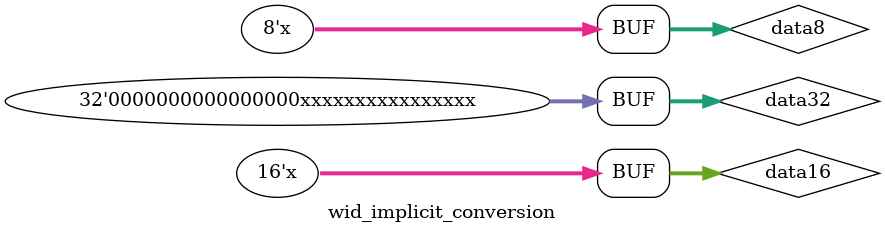
<source format=sv>

module wid_implicit_conversion;
  logic [7:0] data8;
  logic [15:0] data16;
  logic [31:0] data32;
  
  initial begin
    data8 = data16[15:8];  // OK: explicit slice
    data8 = data16;        // Violation: implicit truncation from 16 to 8
    data32 = data16;       // OK: zero-extension
    data16 = data32;       // Violation: implicit truncation from 32 to 16
  end
endmodule


</source>
